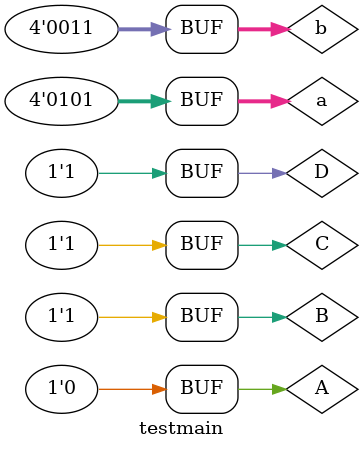
<source format=v>
`timescale 1ns / 1ps


module testmain;

	// Inputs
	reg A;
	reg B;
	reg C;
	reg D;
	reg [3:0] a;
	reg [3:0] b;

	// Outputs
	wire [15:0] E;
	wire [3:0] andOut;
	wire [3:0] norOut;
	wire [3:0] nandOut;
	wire [3:0] orOut;
	wire [3:0] xorOut;
	wire [3:0] Abar;
	wire [3:0] Bbar;
	wire [3:0] adderOut;
	wire [3:0] Cout;

	// Instantiate the Unit Under Test (UUT)
	mainalu uut (
		.A(A), 
		.B(B), 
		.C(C), 
		.D(D), 
		.a(a), 
		.b(b), 
		.E(E), 
		.andOut(andOut), 
		.norOut(norOut), 
		.nandOut(nandOut), 
		.orOut(orOut), 
		.xorOut(xorOut), 
		.Abar(Abar), 
		.Bbar(Bbar), 
		.adderOut(adderOut), 
		.Cout(Cout)
	);

	initial begin
		// Initialize Inputs
		A = 0;
		B = 1;
		C = 1;
		D = 1;
		
		a[0] = 1;
		a[1] = 0;
		a[2] = 1;
		a[3] = 0;
		
		b[0] = 1;
		b[1] = 1;
		b[2] = 0;
		b[3] = 0;
		
		
		

		// Wait 100 ns for global reset to finish
		#100;
        
		// Add stimulus here

	end
      
endmodule


</source>
